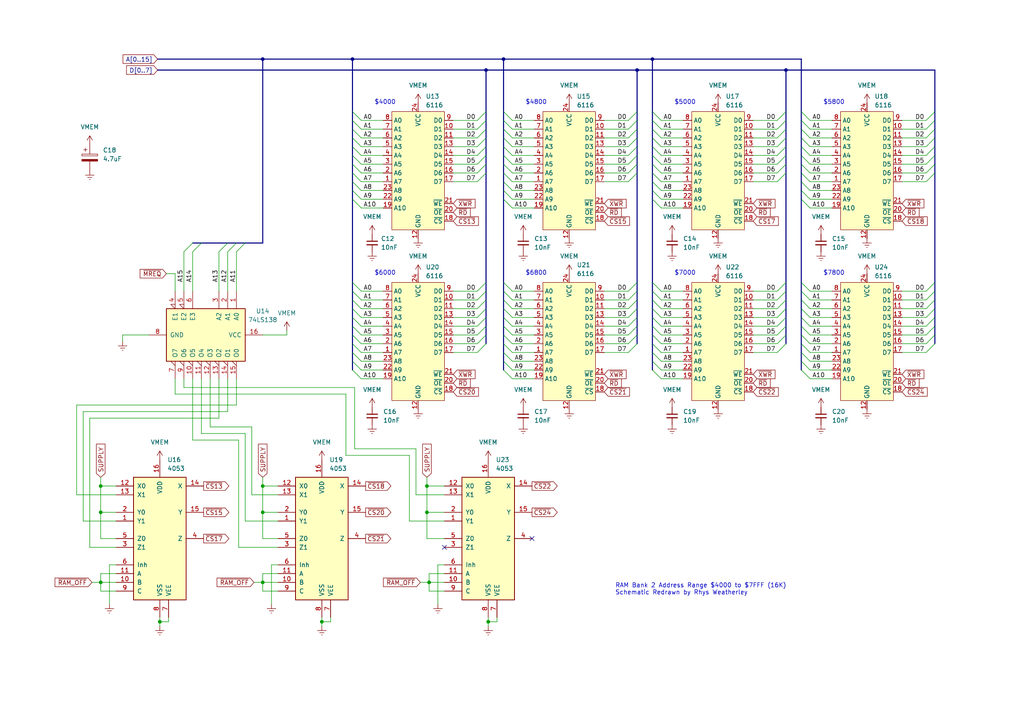
<source format=kicad_sch>
(kicad_sch (version 20230121) (generator eeschema)
  (paper "A4")
  (title_block (title "Microbee Core Board") (date "1982") (rev "1") (comment 1 "(C) 1982 OJH MICROWORLD"))
  (junction (at 76.2 168.91))
  (junction (at 141.605 180.34))
  (junction (at 227.965 20.32))
  (junction (at 93.345 180.34))
  (junction (at 140.97 20.32))
  (junction (at 46.355 180.34))
  (junction (at 29.21 140.97))
  (junction (at 123.825 148.59))
  (junction (at 76.2 17.145))
  (junction (at 29.21 168.91))
  (junction (at 184.785 20.32))
  (junction (at 76.2 148.59))
  (junction (at 124.46 168.91))
  (junction (at 76.2 140.97))
  (junction (at 189.23 17.145))
  (junction (at 146.05 17.145))
  (junction (at 123.825 140.97))
  (junction (at 29.21 148.59))
  (junction (at 102.235 17.145))
  (no_connect (at 154.305 156.21))
  (no_connect (at 128.905 158.75))
  (bus_entry (at 63.5 73.025) (size 2.54 -2.54))
  (bus_entry (at 268.605 94.615) (size 2.54 -2.54))
  (bus_entry (at 182.245 42.545) (size 2.54 -2.54))
  (bus_entry (at 232.41 84.455) (size 2.54 2.54))
  (bus_entry (at 225.425 45.085) (size 2.54 -2.54))
  (bus_entry (at 189.23 42.545) (size 2.54 2.54))
  (bus_entry (at 189.23 86.995) (size 2.54 2.54))
  (bus_entry (at 232.41 50.165) (size 2.54 2.54))
  (bus_entry (at 268.605 86.995) (size 2.54 -2.54))
  (bus_entry (at 232.41 57.785) (size 2.54 2.54))
  (bus_entry (at 189.23 52.705) (size 2.54 2.54))
  (bus_entry (at 225.425 84.455) (size 2.54 -2.54))
  (bus_entry (at 146.05 57.785) (size 2.54 2.54))
  (bus_entry (at 225.425 50.165) (size 2.54 -2.54))
  (bus_entry (at 146.05 42.545) (size 2.54 2.54))
  (bus_entry (at 146.05 89.535) (size 2.54 2.54))
  (bus_entry (at 102.235 57.785) (size 2.54 2.54))
  (bus_entry (at 189.23 102.235) (size 2.54 2.54))
  (bus_entry (at 232.41 92.075) (size 2.54 2.54))
  (bus_entry (at 138.43 50.165) (size 2.54 -2.54))
  (bus_entry (at 232.41 104.775) (size 2.54 2.54))
  (bus_entry (at 146.05 84.455) (size 2.54 2.54))
  (bus_entry (at 102.235 92.075) (size 2.54 2.54))
  (bus_entry (at 189.23 89.535) (size 2.54 2.54))
  (bus_entry (at 182.245 50.165) (size 2.54 -2.54))
  (bus_entry (at 182.245 97.155) (size 2.54 -2.54))
  (bus_entry (at 268.605 102.235) (size 2.54 -2.54))
  (bus_entry (at 189.23 37.465) (size 2.54 2.54))
  (bus_entry (at 138.43 89.535) (size 2.54 -2.54))
  (bus_entry (at 146.05 45.085) (size 2.54 2.54))
  (bus_entry (at 102.235 107.315) (size 2.54 2.54))
  (bus_entry (at 68.58 73.025) (size 2.54 -2.54))
  (bus_entry (at 268.605 97.155) (size 2.54 -2.54))
  (bus_entry (at 225.425 94.615) (size 2.54 -2.54))
  (bus_entry (at 182.245 37.465) (size 2.54 -2.54))
  (bus_entry (at 232.41 89.535) (size 2.54 2.54))
  (bus_entry (at 55.88 73.025) (size 2.54 -2.54))
  (bus_entry (at 225.425 40.005) (size 2.54 -2.54))
  (bus_entry (at 225.425 37.465) (size 2.54 -2.54))
  (bus_entry (at 268.605 89.535) (size 2.54 -2.54))
  (bus_entry (at 189.23 47.625) (size 2.54 2.54))
  (bus_entry (at 232.41 40.005) (size 2.54 2.54))
  (bus_entry (at 268.605 42.545) (size 2.54 -2.54))
  (bus_entry (at 189.23 92.075) (size 2.54 2.54))
  (bus_entry (at 182.245 94.615) (size 2.54 -2.54))
  (bus_entry (at 189.23 34.925) (size 2.54 2.54))
  (bus_entry (at 102.235 102.235) (size 2.54 2.54))
  (bus_entry (at 146.05 86.995) (size 2.54 2.54))
  (bus_entry (at 102.235 81.915) (size 2.54 2.54))
  (bus_entry (at 146.05 34.925) (size 2.54 2.54))
  (bus_entry (at 182.245 86.995) (size 2.54 -2.54))
  (bus_entry (at 268.605 50.165) (size 2.54 -2.54))
  (bus_entry (at 102.235 55.245) (size 2.54 2.54))
  (bus_entry (at 225.425 99.695) (size 2.54 -2.54))
  (bus_entry (at 189.23 84.455) (size 2.54 2.54))
  (bus_entry (at 102.235 104.775) (size 2.54 2.54))
  (bus_entry (at 146.05 40.005) (size 2.54 2.54))
  (bus_entry (at 232.41 32.385) (size 2.54 2.54))
  (bus_entry (at 146.05 99.695) (size 2.54 2.54))
  (bus_entry (at 182.245 34.925) (size 2.54 -2.54))
  (bus_entry (at 146.05 50.165) (size 2.54 2.54))
  (bus_entry (at 225.425 92.075) (size 2.54 -2.54))
  (bus_entry (at 189.23 40.005) (size 2.54 2.54))
  (bus_entry (at 232.41 37.465) (size 2.54 2.54))
  (bus_entry (at 225.425 97.155) (size 2.54 -2.54))
  (bus_entry (at 225.425 89.535) (size 2.54 -2.54))
  (bus_entry (at 268.605 99.695) (size 2.54 -2.54))
  (bus_entry (at 182.245 52.705) (size 2.54 -2.54))
  (bus_entry (at 102.235 52.705) (size 2.54 2.54))
  (bus_entry (at 102.235 94.615) (size 2.54 2.54))
  (bus_entry (at 138.43 86.995) (size 2.54 -2.54))
  (bus_entry (at 138.43 52.705) (size 2.54 -2.54))
  (bus_entry (at 232.41 42.545) (size 2.54 2.54))
  (bus_entry (at 225.425 47.625) (size 2.54 -2.54))
  (bus_entry (at 138.43 47.625) (size 2.54 -2.54))
  (bus_entry (at 146.05 92.075) (size 2.54 2.54))
  (bus_entry (at 138.43 37.465) (size 2.54 -2.54))
  (bus_entry (at 189.23 104.775) (size 2.54 2.54))
  (bus_entry (at 232.41 99.695) (size 2.54 2.54))
  (bus_entry (at 102.235 42.545) (size 2.54 2.54))
  (bus_entry (at 102.235 84.455) (size 2.54 2.54))
  (bus_entry (at 146.05 107.315) (size 2.54 2.54))
  (bus_entry (at 138.43 45.085) (size 2.54 -2.54))
  (bus_entry (at 182.245 47.625) (size 2.54 -2.54))
  (bus_entry (at 146.05 32.385) (size 2.54 2.54))
  (bus_entry (at 138.43 84.455) (size 2.54 -2.54))
  (bus_entry (at 182.245 40.005) (size 2.54 -2.54))
  (bus_entry (at 138.43 102.235) (size 2.54 -2.54))
  (bus_entry (at 268.605 52.705) (size 2.54 -2.54))
  (bus_entry (at 102.235 32.385) (size 2.54 2.54))
  (bus_entry (at 232.41 107.315) (size 2.54 2.54))
  (bus_entry (at 189.23 81.915) (size 2.54 2.54))
  (bus_entry (at 102.235 86.995) (size 2.54 2.54))
  (bus_entry (at 225.425 86.995) (size 2.54 -2.54))
  (bus_entry (at 102.235 45.085) (size 2.54 2.54))
  (bus_entry (at 138.43 99.695) (size 2.54 -2.54))
  (bus_entry (at 182.245 89.535) (size 2.54 -2.54))
  (bus_entry (at 189.23 97.155) (size 2.54 2.54))
  (bus_entry (at 268.605 92.075) (size 2.54 -2.54))
  (bus_entry (at 189.23 107.315) (size 2.54 2.54))
  (bus_entry (at 182.245 45.085) (size 2.54 -2.54))
  (bus_entry (at 232.41 86.995) (size 2.54 2.54))
  (bus_entry (at 146.05 81.915) (size 2.54 2.54))
  (bus_entry (at 232.41 102.235) (size 2.54 2.54))
  (bus_entry (at 232.41 94.615) (size 2.54 2.54))
  (bus_entry (at 182.245 92.075) (size 2.54 -2.54))
  (bus_entry (at 66.04 73.025) (size 2.54 -2.54))
  (bus_entry (at 146.05 97.155) (size 2.54 2.54))
  (bus_entry (at 138.43 40.005) (size 2.54 -2.54))
  (bus_entry (at 102.235 99.695) (size 2.54 2.54))
  (bus_entry (at 138.43 42.545) (size 2.54 -2.54))
  (bus_entry (at 232.41 34.925) (size 2.54 2.54))
  (bus_entry (at 182.245 84.455) (size 2.54 -2.54))
  (bus_entry (at 268.605 47.625) (size 2.54 -2.54))
  (bus_entry (at 138.43 34.925) (size 2.54 -2.54))
  (bus_entry (at 232.41 97.155) (size 2.54 2.54))
  (bus_entry (at 225.425 42.545) (size 2.54 -2.54))
  (bus_entry (at 225.425 102.235) (size 2.54 -2.54))
  (bus_entry (at 146.05 55.245) (size 2.54 2.54))
  (bus_entry (at 268.605 45.085) (size 2.54 -2.54))
  (bus_entry (at 53.34 73.025) (size 2.54 -2.54))
  (bus_entry (at 189.23 45.085) (size 2.54 2.54))
  (bus_entry (at 146.05 102.235) (size 2.54 2.54))
  (bus_entry (at 182.245 99.695) (size 2.54 -2.54))
  (bus_entry (at 268.605 84.455) (size 2.54 -2.54))
  (bus_entry (at 232.41 81.915) (size 2.54 2.54))
  (bus_entry (at 268.605 40.005) (size 2.54 -2.54))
  (bus_entry (at 225.425 34.925) (size 2.54 -2.54))
  (bus_entry (at 189.23 32.385) (size 2.54 2.54))
  (bus_entry (at 189.23 94.615) (size 2.54 2.54))
  (bus_entry (at 146.05 47.625) (size 2.54 2.54))
  (bus_entry (at 146.05 104.775) (size 2.54 2.54))
  (bus_entry (at 138.43 97.155) (size 2.54 -2.54))
  (bus_entry (at 268.605 34.925) (size 2.54 -2.54))
  (bus_entry (at 138.43 92.075) (size 2.54 -2.54))
  (bus_entry (at 189.23 57.785) (size 2.54 2.54))
  (bus_entry (at 189.23 99.695) (size 2.54 2.54))
  (bus_entry (at 232.41 55.245) (size 2.54 2.54))
  (bus_entry (at 102.235 47.625) (size 2.54 2.54))
  (bus_entry (at 189.23 55.245) (size 2.54 2.54))
  (bus_entry (at 102.235 37.465) (size 2.54 2.54))
  (bus_entry (at 182.245 102.235) (size 2.54 -2.54))
  (bus_entry (at 146.05 37.465) (size 2.54 2.54))
  (bus_entry (at 232.41 45.085) (size 2.54 2.54))
  (bus_entry (at 232.41 52.705) (size 2.54 2.54))
  (bus_entry (at 102.235 97.155) (size 2.54 2.54))
  (bus_entry (at 102.235 34.925) (size 2.54 2.54))
  (bus_entry (at 102.235 40.005) (size 2.54 2.54))
  (bus_entry (at 146.05 94.615) (size 2.54 2.54))
  (bus_entry (at 102.235 89.535) (size 2.54 2.54))
  (bus_entry (at 189.23 50.165) (size 2.54 2.54))
  (bus_entry (at 232.41 47.625) (size 2.54 2.54))
  (bus_entry (at 225.425 52.705) (size 2.54 -2.54))
  (bus_entry (at 102.235 50.165) (size 2.54 2.54))
  (bus_entry (at 138.43 94.615) (size 2.54 -2.54))
  (bus_entry (at 268.605 37.465) (size 2.54 -2.54))
  (bus_entry (at 146.05 52.705) (size 2.54 2.54))
  (wire (pts (xy 22.225 143.51) (xy 33.655 143.51)))
  (bus (pts (xy 184.785 32.385) (xy 184.785 34.925)))
  (wire (pts (xy 218.44 102.235) (xy 225.425 102.235)))
  (wire (pts (xy 29.21 148.59) (xy 33.655 148.59)))
  (wire (pts (xy 131.445 50.165) (xy 138.43 50.165)))
  (wire (pts (xy 148.59 47.625) (xy 154.94 47.625)))
  (wire (pts (xy 234.95 86.995) (xy 241.3 86.995)))
  (wire (pts (xy 69.215 127.635) (xy 69.215 158.75)))
  (wire (pts (xy 261.62 45.085) (xy 268.605 45.085)))
  (wire (pts (xy 234.95 42.545) (xy 241.3 42.545)))
  (wire (pts (xy 48.895 180.34) (xy 46.355 180.34)))
  (bus (pts (xy 232.41 84.455) (xy 232.41 86.995)))
  (bus (pts (xy 146.05 37.465) (xy 146.05 40.005)))
  (bus (pts (xy 232.41 99.695) (xy 232.41 102.235)))
  (wire (pts (xy 83.185 97.155) (xy 83.185 95.885)))
  (wire (pts (xy 43.18 97.155) (xy 35.56 97.155)))
  (bus (pts (xy 184.785 84.455) (xy 184.785 86.995)))
  (wire (pts (xy 121.92 168.91) (xy 124.46 168.91)))
  (bus (pts (xy 189.23 89.535) (xy 189.23 92.075)))
  (bus (pts (xy 227.965 45.085) (xy 227.965 47.625)))
  (bus (pts (xy 271.145 20.32) (xy 271.145 32.385)))
  (wire (pts (xy 55.88 127.635) (xy 69.215 127.635)))
  (wire (pts (xy 175.26 102.235) (xy 182.245 102.235)))
  (wire (pts (xy 29.21 156.21) (xy 33.655 156.21)))
  (bus (pts (xy 271.145 94.615) (xy 271.145 97.155)))
  (bus (pts (xy 189.23 81.915) (xy 189.23 84.455)))
  (bus (pts (xy 102.235 42.545) (xy 102.235 45.085)))
  (wire (pts (xy 131.445 92.075) (xy 138.43 92.075)))
  (bus (pts (xy 232.41 97.155) (xy 232.41 99.695)))
  (wire (pts (xy 123.825 156.21) (xy 123.825 148.59)))
  (wire (pts (xy 261.62 92.075) (xy 268.605 92.075)))
  (bus (pts (xy 68.58 70.485) (xy 66.04 70.485)))
  (bus (pts (xy 232.41 52.705) (xy 232.41 55.245)))
  (wire (pts (xy 26.035 158.75) (xy 33.655 158.75)))
  (bus (pts (xy 227.965 20.32) (xy 271.145 20.32)))
  (wire (pts (xy 50.8 109.855) (xy 50.8 114.3)))
  (wire (pts (xy 234.95 60.325) (xy 241.3 60.325)))
  (wire (pts (xy 234.95 52.705) (xy 241.3 52.705)))
  (wire (pts (xy 218.44 50.165) (xy 225.425 50.165)))
  (wire (pts (xy 191.77 86.995) (xy 198.12 86.995)))
  (wire (pts (xy 234.95 99.695) (xy 241.3 99.695)))
  (wire (pts (xy 46.355 179.07) (xy 46.355 180.34)))
  (wire (pts (xy 148.59 86.995) (xy 154.94 86.995)))
  (bus (pts (xy 184.785 20.32) (xy 227.965 20.32)))
  (wire (pts (xy 104.775 47.625) (xy 111.125 47.625)))
  (bus (pts (xy 184.785 42.545) (xy 184.785 45.085)))
  (wire (pts (xy 58.42 109.855) (xy 58.42 125.73)))
  (bus (pts (xy 45.72 17.145) (xy 76.2 17.145)))
  (wire (pts (xy 104.775 60.325) (xy 111.125 60.325)))
  (bus (pts (xy 102.235 37.465) (xy 102.235 40.005)))
  (wire (pts (xy 68.58 73.025) (xy 68.58 84.455)))
  (wire (pts (xy 175.26 40.005) (xy 182.245 40.005)))
  (bus (pts (xy 189.23 40.005) (xy 189.23 42.545)))
  (wire (pts (xy 60.96 123.825) (xy 73.025 123.825)))
  (wire (pts (xy 104.775 99.695) (xy 111.125 99.695)))
  (bus (pts (xy 184.785 94.615) (xy 184.785 97.155)))
  (bus (pts (xy 184.785 92.075) (xy 184.785 94.615)))
  (wire (pts (xy 104.775 34.925) (xy 111.125 34.925)))
  (wire (pts (xy 141.605 180.34) (xy 141.605 181.61)))
  (bus (pts (xy 232.41 102.235) (xy 232.41 104.775)))
  (bus (pts (xy 146.05 40.005) (xy 146.05 42.545)))
  (bus (pts (xy 227.965 89.535) (xy 227.965 92.075)))
  (wire (pts (xy 124.46 168.91) (xy 128.905 168.91)))
  (wire (pts (xy 69.215 158.75) (xy 80.645 158.75)))
  (wire (pts (xy 93.345 180.34) (xy 93.345 181.61)))
  (bus (pts (xy 227.965 81.915) (xy 227.965 84.455)))
  (bus (pts (xy 232.41 42.545) (xy 232.41 45.085)))
  (bus (pts (xy 146.05 89.535) (xy 146.05 92.075)))
  (bus (pts (xy 189.23 57.785) (xy 189.23 81.915)))
  (bus (pts (xy 102.235 34.925) (xy 102.235 37.465)))
  (bus (pts (xy 189.23 32.385) (xy 189.23 34.925)))
  (bus (pts (xy 140.97 50.165) (xy 140.97 81.915)))
  (wire (pts (xy 261.62 47.625) (xy 268.605 47.625)))
  (bus (pts (xy 146.05 84.455) (xy 146.05 86.995)))
  (bus (pts (xy 146.05 55.245) (xy 146.05 57.785)))
  (wire (pts (xy 148.59 102.235) (xy 154.94 102.235)))
  (bus (pts (xy 232.41 81.915) (xy 232.41 84.455)))
  (wire (pts (xy 66.04 73.025) (xy 66.04 84.455)))
  (wire (pts (xy 26.67 168.91) (xy 29.21 168.91)))
  (wire (pts (xy 120.65 130.175) (xy 120.65 143.51)))
  (wire (pts (xy 191.77 34.925) (xy 198.12 34.925)))
  (wire (pts (xy 29.21 168.91) (xy 33.655 168.91)))
  (wire (pts (xy 148.59 97.155) (xy 154.94 97.155)))
  (wire (pts (xy 60.96 109.855) (xy 60.96 123.825)))
  (wire (pts (xy 58.42 125.73) (xy 71.12 125.73)))
  (wire (pts (xy 104.775 52.705) (xy 111.125 52.705)))
  (bus (pts (xy 189.23 42.545) (xy 189.23 45.085)))
  (wire (pts (xy 68.58 117.475) (xy 22.225 117.475)))
  (bus (pts (xy 227.965 50.165) (xy 227.965 81.915)))
  (wire (pts (xy 104.775 94.615) (xy 111.125 94.615)))
  (wire (pts (xy 104.775 40.005) (xy 111.125 40.005)))
  (wire (pts (xy 26.035 121.285) (xy 26.035 158.75)))
  (wire (pts (xy 218.44 42.545) (xy 225.425 42.545)))
  (bus (pts (xy 146.05 50.165) (xy 146.05 52.705)))
  (bus (pts (xy 189.23 17.145) (xy 232.41 17.145)))
  (bus (pts (xy 146.05 52.705) (xy 146.05 55.245)))
  (bus (pts (xy 271.145 32.385) (xy 271.145 34.925)))
  (wire (pts (xy 124.46 168.91) (xy 124.46 171.45)))
  (bus (pts (xy 232.41 47.625) (xy 232.41 50.165)))
  (bus (pts (xy 189.23 104.775) (xy 189.23 107.315)))
  (wire (pts (xy 148.59 84.455) (xy 154.94 84.455)))
  (wire (pts (xy 78.74 163.83) (xy 80.645 163.83)))
  (wire (pts (xy 218.44 94.615) (xy 225.425 94.615)))
  (bus (pts (xy 102.235 81.915) (xy 102.235 84.455)))
  (wire (pts (xy 73.66 168.91) (xy 76.2 168.91)))
  (wire (pts (xy 148.59 42.545) (xy 154.94 42.545)))
  (wire (pts (xy 175.26 37.465) (xy 182.245 37.465)))
  (wire (pts (xy 24.13 151.13) (xy 33.655 151.13)))
  (wire (pts (xy 22.225 117.475) (xy 22.225 143.51)))
  (bus (pts (xy 232.41 104.775) (xy 232.41 107.315)))
  (bus (pts (xy 189.23 99.695) (xy 189.23 102.235)))
  (bus (pts (xy 140.97 20.32) (xy 140.97 32.385)))
  (bus (pts (xy 146.05 47.625) (xy 146.05 50.165)))
  (wire (pts (xy 261.62 42.545) (xy 268.605 42.545)))
  (wire (pts (xy 191.77 55.245) (xy 198.12 55.245)))
  (bus (pts (xy 189.23 45.085) (xy 189.23 47.625)))
  (wire (pts (xy 50.8 114.3) (xy 100.33 114.3)))
  (wire (pts (xy 76.2 138.43) (xy 76.2 140.97)))
  (bus (pts (xy 189.23 52.705) (xy 189.23 55.245)))
  (wire (pts (xy 148.59 107.315) (xy 154.94 107.315)))
  (bus (pts (xy 271.145 84.455) (xy 271.145 86.995)))
  (bus (pts (xy 146.05 32.385) (xy 146.05 34.925)))
  (wire (pts (xy 66.04 119.38) (xy 24.13 119.38)))
  (bus (pts (xy 189.23 102.235) (xy 189.23 104.775)))
  (wire (pts (xy 261.62 40.005) (xy 268.605 40.005)))
  (wire (pts (xy 33.655 140.97) (xy 29.21 140.97)))
  (wire (pts (xy 76.2 148.59) (xy 76.2 156.21)))
  (bus (pts (xy 102.235 86.995) (xy 102.235 89.535)))
  (wire (pts (xy 148.59 50.165) (xy 154.94 50.165)))
  (bus (pts (xy 184.785 47.625) (xy 184.785 50.165)))
  (bus (pts (xy 184.785 89.535) (xy 184.785 92.075)))
  (bus (pts (xy 146.05 86.995) (xy 146.05 89.535)))
  (wire (pts (xy 191.77 37.465) (xy 198.12 37.465)))
  (wire (pts (xy 175.26 89.535) (xy 182.245 89.535)))
  (wire (pts (xy 234.95 55.245) (xy 241.3 55.245)))
  (bus (pts (xy 232.41 17.145) (xy 232.41 32.385)))
  (bus (pts (xy 271.145 34.925) (xy 271.145 37.465)))
  (wire (pts (xy 148.59 57.785) (xy 154.94 57.785)))
  (bus (pts (xy 146.05 94.615) (xy 146.05 97.155)))
  (wire (pts (xy 131.445 45.085) (xy 138.43 45.085)))
  (wire (pts (xy 73.025 123.825) (xy 73.025 143.51)))
  (bus (pts (xy 102.235 99.695) (xy 102.235 102.235)))
  (wire (pts (xy 191.77 94.615) (xy 198.12 94.615)))
  (wire (pts (xy 218.44 97.155) (xy 225.425 97.155)))
  (wire (pts (xy 234.95 40.005) (xy 241.3 40.005)))
  (bus (pts (xy 102.235 40.005) (xy 102.235 42.545)))
  (wire (pts (xy 76.2 166.37) (xy 76.2 168.91)))
  (bus (pts (xy 232.41 86.995) (xy 232.41 89.535)))
  (bus (pts (xy 232.41 92.075) (xy 232.41 94.615)))
  (wire (pts (xy 261.62 102.235) (xy 268.605 102.235)))
  (bus (pts (xy 189.23 94.615) (xy 189.23 97.155)))
  (bus (pts (xy 189.23 37.465) (xy 189.23 40.005)))
  (wire (pts (xy 131.445 86.995) (xy 138.43 86.995)))
  (wire (pts (xy 53.34 73.025) (xy 53.34 84.455)))
  (wire (pts (xy 234.95 84.455) (xy 241.3 84.455)))
  (bus (pts (xy 232.41 57.785) (xy 232.41 81.915)))
  (wire (pts (xy 127 175.26) (xy 127 163.83)))
  (wire (pts (xy 144.145 180.34) (xy 141.605 180.34)))
  (wire (pts (xy 191.77 92.075) (xy 198.12 92.075)))
  (wire (pts (xy 104.775 37.465) (xy 111.125 37.465)))
  (wire (pts (xy 128.905 166.37) (xy 124.46 166.37)))
  (bus (pts (xy 58.42 70.485) (xy 55.88 70.485)))
  (wire (pts (xy 148.59 40.005) (xy 154.94 40.005)))
  (bus (pts (xy 184.785 50.165) (xy 184.785 81.915)))
  (wire (pts (xy 234.95 102.235) (xy 241.3 102.235)))
  (bus (pts (xy 140.97 37.465) (xy 140.97 40.005)))
  (bus (pts (xy 189.23 97.155) (xy 189.23 99.695)))
  (bus (pts (xy 184.785 81.915) (xy 184.785 84.455)))
  (bus (pts (xy 146.05 45.085) (xy 146.05 47.625)))
  (wire (pts (xy 148.59 109.855) (xy 154.94 109.855)))
  (wire (pts (xy 76.2 140.97) (xy 76.2 148.59)))
  (bus (pts (xy 102.235 17.145) (xy 102.235 32.385)))
  (wire (pts (xy 234.95 47.625) (xy 241.3 47.625)))
  (bus (pts (xy 102.235 52.705) (xy 102.235 55.245)))
  (wire (pts (xy 95.885 179.07) (xy 95.885 180.34)))
  (bus (pts (xy 140.97 45.085) (xy 140.97 47.625)))
  (bus (pts (xy 271.145 50.165) (xy 271.145 81.915)))
  (wire (pts (xy 175.26 92.075) (xy 182.245 92.075)))
  (bus (pts (xy 184.785 45.085) (xy 184.785 47.625)))
  (bus (pts (xy 189.23 86.995) (xy 189.23 89.535)))
  (wire (pts (xy 261.62 89.535) (xy 268.605 89.535)))
  (wire (pts (xy 76.2 168.91) (xy 80.645 168.91)))
  (bus (pts (xy 227.965 37.465) (xy 227.965 40.005)))
  (wire (pts (xy 191.77 42.545) (xy 198.12 42.545)))
  (bus (pts (xy 146.05 34.925) (xy 146.05 37.465)))
  (bus (pts (xy 102.235 94.615) (xy 102.235 97.155)))
  (wire (pts (xy 191.77 109.855) (xy 198.12 109.855)))
  (wire (pts (xy 93.345 179.07) (xy 93.345 180.34)))
  (wire (pts (xy 175.26 42.545) (xy 182.245 42.545)))
  (wire (pts (xy 261.62 94.615) (xy 268.605 94.615)))
  (wire (pts (xy 131.445 97.155) (xy 138.43 97.155)))
  (bus (pts (xy 102.235 45.085) (xy 102.235 47.625)))
  (wire (pts (xy 131.445 34.925) (xy 138.43 34.925)))
  (wire (pts (xy 50.8 84.455) (xy 50.8 79.375)))
  (bus (pts (xy 146.05 99.695) (xy 146.05 102.235)))
  (wire (pts (xy 104.775 89.535) (xy 111.125 89.535)))
  (wire (pts (xy 234.95 97.155) (xy 241.3 97.155)))
  (wire (pts (xy 191.77 40.005) (xy 198.12 40.005)))
  (wire (pts (xy 127 163.83) (xy 128.905 163.83)))
  (wire (pts (xy 148.59 104.775) (xy 154.94 104.775)))
  (wire (pts (xy 104.775 97.155) (xy 111.125 97.155)))
  (wire (pts (xy 63.5 109.855) (xy 63.5 121.285)))
  (wire (pts (xy 175.26 52.705) (xy 182.245 52.705)))
  (bus (pts (xy 66.04 70.485) (xy 58.42 70.485)))
  (wire (pts (xy 234.95 107.315) (xy 241.3 107.315)))
  (wire (pts (xy 78.74 175.26) (xy 78.74 163.83)))
  (wire (pts (xy 218.44 40.005) (xy 225.425 40.005)))
  (wire (pts (xy 191.77 52.705) (xy 198.12 52.705)))
  (wire (pts (xy 63.5 121.285) (xy 26.035 121.285)))
  (bus (pts (xy 140.97 40.005) (xy 140.97 42.545)))
  (wire (pts (xy 234.95 92.075) (xy 241.3 92.075)))
  (bus (pts (xy 102.235 84.455) (xy 102.235 86.995)))
  (bus (pts (xy 146.05 81.915) (xy 146.05 84.455)))
  (wire (pts (xy 31.75 175.26) (xy 31.75 163.83)))
  (bus (pts (xy 232.41 34.925) (xy 232.41 37.465)))
  (wire (pts (xy 29.21 168.91) (xy 29.21 171.45)))
  (wire (pts (xy 128.905 156.21) (xy 123.825 156.21)))
  (bus (pts (xy 102.235 17.145) (xy 146.05 17.145)))
  (wire (pts (xy 63.5 73.025) (xy 63.5 84.455)))
  (wire (pts (xy 148.59 37.465) (xy 154.94 37.465)))
  (wire (pts (xy 148.59 92.075) (xy 154.94 92.075)))
  (wire (pts (xy 131.445 37.465) (xy 138.43 37.465)))
  (bus (pts (xy 102.235 89.535) (xy 102.235 92.075)))
  (bus (pts (xy 146.05 102.235) (xy 146.05 104.775)))
  (wire (pts (xy 148.59 52.705) (xy 154.94 52.705)))
  (wire (pts (xy 80.645 143.51) (xy 73.025 143.51)))
  (wire (pts (xy 218.44 92.075) (xy 225.425 92.075)))
  (wire (pts (xy 175.26 99.695) (xy 182.245 99.695)))
  (wire (pts (xy 50.8 79.375) (xy 48.26 79.375)))
  (wire (pts (xy 148.59 99.695) (xy 154.94 99.695)))
  (wire (pts (xy 31.75 163.83) (xy 33.655 163.83)))
  (bus (pts (xy 271.145 42.545) (xy 271.145 45.085)))
  (wire (pts (xy 102.87 112.395) (xy 102.87 130.175)))
  (bus (pts (xy 102.235 102.235) (xy 102.235 104.775)))
  (wire (pts (xy 131.445 52.705) (xy 138.43 52.705)))
  (wire (pts (xy 191.77 99.695) (xy 198.12 99.695)))
  (wire (pts (xy 128.905 140.97) (xy 123.825 140.97)))
  (wire (pts (xy 66.04 109.855) (xy 66.04 119.38)))
  (wire (pts (xy 261.62 34.925) (xy 268.605 34.925)))
  (bus (pts (xy 227.965 94.615) (xy 227.965 97.155)))
  (bus (pts (xy 227.965 92.075) (xy 227.965 94.615)))
  (wire (pts (xy 131.445 89.535) (xy 138.43 89.535)))
  (bus (pts (xy 271.145 45.085) (xy 271.145 47.625)))
  (wire (pts (xy 191.77 57.785) (xy 198.12 57.785)))
  (wire (pts (xy 131.445 102.235) (xy 138.43 102.235)))
  (wire (pts (xy 123.825 148.59) (xy 128.905 148.59)))
  (wire (pts (xy 100.33 132.08) (xy 118.745 132.08)))
  (bus (pts (xy 102.235 55.245) (xy 102.235 57.785)))
  (wire (pts (xy 234.95 45.085) (xy 241.3 45.085)))
  (wire (pts (xy 218.44 37.465) (xy 225.425 37.465)))
  (wire (pts (xy 71.12 125.73) (xy 71.12 151.13)))
  (wire (pts (xy 76.2 171.45) (xy 80.645 171.45)))
  (wire (pts (xy 123.825 138.43) (xy 123.825 140.97)))
  (bus (pts (xy 146.05 92.075) (xy 146.05 94.615)))
  (wire (pts (xy 120.65 143.51) (xy 128.905 143.51)))
  (bus (pts (xy 102.235 50.165) (xy 102.235 52.705)))
  (bus (pts (xy 227.965 97.155) (xy 227.965 99.695)))
  (bus (pts (xy 102.235 92.075) (xy 102.235 94.615)))
  (wire (pts (xy 191.77 50.165) (xy 198.12 50.165)))
  (wire (pts (xy 131.445 40.005) (xy 138.43 40.005)))
  (wire (pts (xy 261.62 37.465) (xy 268.605 37.465)))
  (bus (pts (xy 227.965 40.005) (xy 227.965 42.545)))
  (wire (pts (xy 95.885 180.34) (xy 93.345 180.34)))
  (wire (pts (xy 144.145 179.07) (xy 144.145 180.34)))
  (wire (pts (xy 191.77 89.535) (xy 198.12 89.535)))
  (wire (pts (xy 261.62 86.995) (xy 268.605 86.995)))
  (wire (pts (xy 218.44 47.625) (xy 225.425 47.625)))
  (wire (pts (xy 104.775 84.455) (xy 111.125 84.455)))
  (wire (pts (xy 234.95 89.535) (xy 241.3 89.535)))
  (bus (pts (xy 102.235 57.785) (xy 102.235 81.915)))
  (bus (pts (xy 146.05 42.545) (xy 146.05 45.085)))
  (bus (pts (xy 271.145 92.075) (xy 271.145 94.615)))
  (bus (pts (xy 140.97 92.075) (xy 140.97 94.615)))
  (wire (pts (xy 175.26 94.615) (xy 182.245 94.615)))
  (wire (pts (xy 175.26 97.155) (xy 182.245 97.155)))
  (bus (pts (xy 102.235 32.385) (xy 102.235 34.925)))
  (bus (pts (xy 71.12 70.485) (xy 68.58 70.485)))
  (bus (pts (xy 184.785 97.155) (xy 184.785 99.695)))
  (bus (pts (xy 45.72 20.32) (xy 140.97 20.32)))
  (wire (pts (xy 234.95 104.775) (xy 241.3 104.775)))
  (wire (pts (xy 29.21 171.45) (xy 33.655 171.45)))
  (wire (pts (xy 131.445 99.695) (xy 138.43 99.695)))
  (bus (pts (xy 140.97 86.995) (xy 140.97 89.535)))
  (wire (pts (xy 104.775 104.775) (xy 111.125 104.775)))
  (wire (pts (xy 55.88 109.855) (xy 55.88 127.635)))
  (bus (pts (xy 140.97 47.625) (xy 140.97 50.165)))
  (wire (pts (xy 104.775 107.315) (xy 111.125 107.315)))
  (wire (pts (xy 124.46 166.37) (xy 124.46 168.91)))
  (bus (pts (xy 232.41 40.005) (xy 232.41 42.545)))
  (bus (pts (xy 140.97 20.32) (xy 184.785 20.32)))
  (bus (pts (xy 76.2 17.145) (xy 76.2 70.485)))
  (wire (pts (xy 104.775 109.855) (xy 111.125 109.855)))
  (bus (pts (xy 184.785 37.465) (xy 184.785 40.005)))
  (bus (pts (xy 184.785 40.005) (xy 184.785 42.545)))
  (wire (pts (xy 191.77 84.455) (xy 198.12 84.455)))
  (bus (pts (xy 140.97 97.155) (xy 140.97 99.695)))
  (wire (pts (xy 234.95 57.785) (xy 241.3 57.785)))
  (wire (pts (xy 191.77 47.625) (xy 198.12 47.625)))
  (wire (pts (xy 261.62 50.165) (xy 268.605 50.165)))
  (wire (pts (xy 218.44 34.925) (xy 225.425 34.925)))
  (wire (pts (xy 29.21 166.37) (xy 29.21 168.91)))
  (wire (pts (xy 175.26 86.995) (xy 182.245 86.995)))
  (wire (pts (xy 234.95 50.165) (xy 241.3 50.165)))
  (wire (pts (xy 148.59 94.615) (xy 154.94 94.615)))
  (bus (pts (xy 232.41 55.245) (xy 232.41 57.785)))
  (bus (pts (xy 76.2 70.485) (xy 71.12 70.485)))
  (wire (pts (xy 53.34 109.855) (xy 53.34 112.395)))
  (wire (pts (xy 80.645 166.37) (xy 76.2 166.37)))
  (wire (pts (xy 261.62 97.155) (xy 268.605 97.155)))
  (wire (pts (xy 46.355 180.34) (xy 46.355 181.61)))
  (wire (pts (xy 118.745 132.08) (xy 118.745 151.13)))
  (bus (pts (xy 232.41 32.385) (xy 232.41 34.925)))
  (wire (pts (xy 175.26 84.455) (xy 182.245 84.455)))
  (wire (pts (xy 104.775 102.235) (xy 111.125 102.235)))
  (wire (pts (xy 53.34 112.395) (xy 102.87 112.395)))
  (bus (pts (xy 227.965 34.925) (xy 227.965 37.465)))
  (bus (pts (xy 189.23 92.075) (xy 189.23 94.615)))
  (wire (pts (xy 118.745 151.13) (xy 128.905 151.13)))
  (wire (pts (xy 124.46 171.45) (xy 128.905 171.45)))
  (bus (pts (xy 140.97 84.455) (xy 140.97 86.995)))
  (wire (pts (xy 123.825 140.97) (xy 123.825 148.59)))
  (bus (pts (xy 232.41 45.085) (xy 232.41 47.625)))
  (wire (pts (xy 175.26 34.925) (xy 182.245 34.925)))
  (bus (pts (xy 271.145 47.625) (xy 271.145 50.165)))
  (wire (pts (xy 104.775 92.075) (xy 111.125 92.075)))
  (wire (pts (xy 191.77 60.325) (xy 198.12 60.325)))
  (bus (pts (xy 227.965 32.385) (xy 227.965 34.925)))
  (bus (pts (xy 271.145 37.465) (xy 271.145 40.005)))
  (wire (pts (xy 131.445 47.625) (xy 138.43 47.625)))
  (wire (pts (xy 104.775 50.165) (xy 111.125 50.165)))
  (bus (pts (xy 271.145 86.995) (xy 271.145 89.535)))
  (bus (pts (xy 184.785 34.925) (xy 184.785 37.465)))
  (wire (pts (xy 29.21 140.97) (xy 29.21 148.59)))
  (bus (pts (xy 232.41 37.465) (xy 232.41 40.005)))
  (bus (pts (xy 227.965 84.455) (xy 227.965 86.995)))
  (bus (pts (xy 140.97 81.915) (xy 140.97 84.455)))
  (wire (pts (xy 175.26 50.165) (xy 182.245 50.165)))
  (wire (pts (xy 148.59 89.535) (xy 154.94 89.535)))
  (bus (pts (xy 102.235 104.775) (xy 102.235 107.315)))
  (bus (pts (xy 189.23 50.165) (xy 189.23 52.705)))
  (bus (pts (xy 140.97 94.615) (xy 140.97 97.155)))
  (wire (pts (xy 218.44 45.085) (xy 225.425 45.085)))
  (bus (pts (xy 189.23 34.925) (xy 189.23 37.465)))
  (bus (pts (xy 140.97 32.385) (xy 140.97 34.925)))
  (wire (pts (xy 261.62 52.705) (xy 268.605 52.705)))
  (wire (pts (xy 191.77 102.235) (xy 198.12 102.235)))
  (bus (pts (xy 140.97 34.925) (xy 140.97 37.465)))
  (bus (pts (xy 227.965 47.625) (xy 227.965 50.165)))
  (wire (pts (xy 218.44 99.695) (xy 225.425 99.695)))
  (wire (pts (xy 33.655 166.37) (xy 29.21 166.37)))
  (wire (pts (xy 218.44 52.705) (xy 225.425 52.705)))
  (wire (pts (xy 234.95 94.615) (xy 241.3 94.615)))
  (wire (pts (xy 100.33 114.3) (xy 100.33 132.08)))
  (wire (pts (xy 76.2 156.21) (xy 80.645 156.21)))
  (bus (pts (xy 271.145 40.005) (xy 271.145 42.545)))
  (bus (pts (xy 140.97 89.535) (xy 140.97 92.075)))
  (wire (pts (xy 234.95 34.925) (xy 241.3 34.925)))
  (wire (pts (xy 104.775 45.085) (xy 111.125 45.085)))
  (wire (pts (xy 191.77 104.775) (xy 198.12 104.775)))
  (wire (pts (xy 148.59 45.085) (xy 154.94 45.085)))
  (bus (pts (xy 146.05 97.155) (xy 146.05 99.695)))
  (wire (pts (xy 80.645 140.97) (xy 76.2 140.97)))
  (bus (pts (xy 146.05 104.775) (xy 146.05 107.315)))
  (bus (pts (xy 146.05 17.145) (xy 189.23 17.145)))
  (bus (pts (xy 227.965 42.545) (xy 227.965 45.085)))
  (wire (pts (xy 218.44 84.455) (xy 225.425 84.455)))
  (wire (pts (xy 68.58 109.855) (xy 68.58 117.475)))
  (wire (pts (xy 104.775 42.545) (xy 111.125 42.545)))
  (bus (pts (xy 227.965 20.32) (xy 227.965 32.385)))
  (wire (pts (xy 148.59 34.925) (xy 154.94 34.925)))
  (wire (pts (xy 261.62 99.695) (xy 268.605 99.695)))
  (wire (pts (xy 76.2 148.59) (xy 80.645 148.59)))
  (wire (pts (xy 24.13 119.38) (xy 24.13 151.13)))
  (wire (pts (xy 29.21 148.59) (xy 29.21 156.21)))
  (wire (pts (xy 131.445 84.455) (xy 138.43 84.455)))
  (wire (pts (xy 141.605 179.07) (xy 141.605 180.34)))
  (wire (pts (xy 175.26 45.085) (xy 182.245 45.085)))
  (bus (pts (xy 232.41 94.615) (xy 232.41 97.155)))
  (wire (pts (xy 104.775 57.785) (xy 111.125 57.785)))
  (wire (pts (xy 191.77 45.085) (xy 198.12 45.085)))
  (bus (pts (xy 271.145 89.535) (xy 271.145 92.075)))
  (bus (pts (xy 189.23 55.245) (xy 189.23 57.785)))
  (bus (pts (xy 227.965 86.995) (xy 227.965 89.535)))
  (wire (pts (xy 102.87 130.175) (xy 120.65 130.175)))
  (wire (pts (xy 234.95 37.465) (xy 241.3 37.465)))
  (bus (pts (xy 76.2 17.145) (xy 102.235 17.145)))
  (wire (pts (xy 234.95 109.855) (xy 241.3 109.855)))
  (wire (pts (xy 35.56 97.155) (xy 35.56 99.06)))
  (wire (pts (xy 104.775 55.245) (xy 111.125 55.245)))
  (wire (pts (xy 218.44 86.995) (xy 225.425 86.995)))
  (bus (pts (xy 140.97 42.545) (xy 140.97 45.085)))
  (wire (pts (xy 191.77 97.155) (xy 198.12 97.155)))
  (bus (pts (xy 189.23 47.625) (xy 189.23 50.165)))
  (wire (pts (xy 175.26 47.625) (xy 182.245 47.625)))
  (wire (pts (xy 29.21 138.43) (xy 29.21 140.97)))
  (bus (pts (xy 146.05 57.785) (xy 146.05 81.915)))
  (wire (pts (xy 148.59 55.245) (xy 154.94 55.245)))
  (bus (pts (xy 184.785 86.995) (xy 184.785 89.535)))
  (wire (pts (xy 71.12 151.13) (xy 80.645 151.13)))
  (wire (pts (xy 55.88 73.025) (xy 55.88 84.455)))
  (wire (pts (xy 76.2 168.91) (xy 76.2 171.45)))
  (wire (pts (xy 131.445 94.615) (xy 138.43 94.615)))
  (wire (pts (xy 261.62 84.455) (xy 268.605 84.455)))
  (bus (pts (xy 102.235 97.155) (xy 102.235 99.695)))
  (bus (pts (xy 184.785 20.32) (xy 184.785 32.385)))
  (wire (pts (xy 131.445 42.545) (xy 138.43 42.545)))
  (bus (pts (xy 189.23 17.145) (xy 189.23 32.385)))
  (bus (pts (xy 232.41 50.165) (xy 232.41 52.705)))
  (wire (pts (xy 191.77 107.315) (xy 198.12 107.315)))
  (bus (pts (xy 271.145 81.915) (xy 271.145 84.455)))
  (bus (pts (xy 271.145 97.155) (xy 271.145 99.695)))
  (bus (pts (xy 189.23 84.455) (xy 189.23 86.995)))
  (wire (pts (xy 218.44 89.535) (xy 225.425 89.535)))
  (bus (pts (xy 102.235 47.625) (xy 102.235 50.165)))
  (wire (pts (xy 148.59 60.325) (xy 154.94 60.325)))
  (bus (pts (xy 232.41 89.535) (xy 232.41 92.075)))
  (wire (pts (xy 76.2 97.155) (xy 83.185 97.155)))
  (bus (pts (xy 146.05 17.145) (xy 146.05 32.385)))
  (wire (pts (xy 48.895 179.07) (xy 48.895 180.34)))
  (wire (pts (xy 104.775 86.995) (xy 111.125 86.995)))
  (text "$4000" (at 108.585 30.48 0) (effects (font (size 1.27 1.27)) (justify left bottom)))
  (text "$7000" (at 195.58 80.01 0) (effects (font (size 1.27 1.27)) (justify left bottom)))
  (text "$6800" (at 152.4 80.01 0) (effects (font (size 1.27 1.27)) (justify left bottom)))
  (text "$6000" (at 108.585 80.01 0) (effects (font (size 1.27 1.27)) (justify left bottom)))
  (text "$7800" (at 238.76 80.01 0) (effects (font (size 1.27 1.27)) (justify left bottom)))
  (text "RAM Bank 2 Address Range $4000 to $7FFF (16K)\nSchematic Redrawn by Rhys Weatherley" (at 178.435 172.72 0) (effects (font (size 1.27 1.27)) (justify left bottom)))
  (text "$4800" (at 152.4 30.48 0) (effects (font (size 1.27 1.27)) (justify left bottom)))
  (text "$5800" (at 238.76 30.48 0) (effects (font (size 1.27 1.27)) (justify left bottom)))
  (text "$5000" (at 195.58 30.48 0) (effects (font (size 1.27 1.27)) (justify left bottom)))
  (label "A7" (at 192.405 102.235 0))
  (label "A5" (at 192.405 97.155 0))
  (label "D6" (at 179.07 50.165 0))
  (label "A10" (at 105.41 60.325 0))
  (label "A3" (at 149.225 42.545 0))
  (label "A8" (at 105.41 104.775 0))
  (label "D3" (at 222.25 42.545 0))
  (label "D2" (at 265.43 40.005 0))
  (label "D6" (at 265.43 50.165 0))
  (label "A3" (at 192.405 42.545 0))
  (label "A4" (at 149.225 94.615 0))
  (label "D0" (at 222.25 84.455 0))
  (label "D0" (at 265.43 34.925 0))
  (label "A9" (at 192.405 107.315 0))
  (label "A1" (at 105.41 37.465 0))
  (label "A2" (at 105.41 89.535 0))
  (label "A2" (at 192.405 89.535 0))
  (label "D0" (at 265.43 84.455 0))
  (label "A10" (at 192.405 60.325 0))
  (label "A5" (at 105.41 97.155 0))
  (label "D0" (at 135.255 84.455 0))
  (label "A1" (at 235.585 37.465 0))
  (label "D6" (at 222.25 99.695 0))
  (label "D3" (at 265.43 42.545 0))
  (label "A7" (at 149.225 52.705 0))
  (label "A9" (at 149.225 107.315 0))
  (label "A11" (at 68.58 81.915 90))
  (label "D5" (at 179.07 47.625 0))
  (label "A9" (at 235.585 57.785 0))
  (label "D6" (at 222.25 50.165 0))
  (label "D7" (at 179.07 102.235 0))
  (label "A8" (at 192.405 104.775 0))
  (label "D0" (at 222.25 34.925 0))
  (label "D4" (at 265.43 45.085 0))
  (label "D0" (at 179.07 84.455 0))
  (label "D5" (at 179.07 97.155 0))
  (label "A4" (at 105.41 45.085 0))
  (label "A3" (at 235.585 92.075 0))
  (label "A9" (at 192.405 57.785 0))
  (label "A2" (at 149.225 89.535 0))
  (label "D4" (at 222.25 94.615 0))
  (label "A2" (at 149.225 40.005 0))
  (label "A5" (at 149.225 47.625 0))
  (label "D5" (at 135.255 47.625 0))
  (label "D1" (at 222.25 37.465 0))
  (label "A1" (at 149.225 37.465 0))
  (label "A7" (at 235.585 102.235 0))
  (label "D2" (at 222.25 40.005 0))
  (label "A7" (at 192.405 52.705 0))
  (label "A5" (at 235.585 47.625 0))
  (label "A4" (at 149.225 45.085 0))
  (label "D1" (at 135.255 37.465 0))
  (label "A2" (at 192.405 40.005 0))
  (label "D1" (at 222.25 86.995 0))
  (label "D7" (at 222.25 52.705 0))
  (label "A8" (at 149.225 55.245 0))
  (label "A7" (at 235.585 52.705 0))
  (label "A14" (at 55.88 81.915 90))
  (label "A1" (at 192.405 86.995 0))
  (label "A8" (at 235.585 55.245 0))
  (label "A3" (at 235.585 42.545 0))
  (label "D3" (at 222.25 92.075 0))
  (label "A9" (at 149.225 57.785 0))
  (label "A5" (at 192.405 47.625 0))
  (label "A9" (at 105.41 57.785 0))
  (label "A8" (at 192.405 55.245 0))
  (label "A6" (at 192.405 99.695 0))
  (label "A6" (at 105.41 99.695 0))
  (label "A6" (at 235.585 50.165 0))
  (label "D5" (at 265.43 47.625 0))
  (label "A1" (at 105.41 86.995 0))
  (label "A6" (at 149.225 50.165 0))
  (label "D7" (at 135.255 52.705 0))
  (label "A1" (at 149.225 86.995 0))
  (label "A2" (at 235.585 89.535 0))
  (label "D7" (at 179.07 52.705 0))
  (label "D3" (at 179.07 92.075 0))
  (label "A4" (at 192.405 45.085 0))
  (label "D2" (at 179.07 40.005 0))
  (label "D7" (at 135.255 102.235 0))
  (label "D3" (at 265.43 92.075 0))
  (label "D3" (at 135.255 42.545 0))
  (label "A10" (at 235.585 109.855 0))
  (label "A0" (at 235.585 84.455 0))
  (label "A2" (at 105.41 40.005 0))
  (label "D5" (at 135.255 97.155 0))
  (label "A6" (at 192.405 50.165 0))
  (label "D4" (at 135.255 45.085 0))
  (label "D4" (at 179.07 94.615 0))
  (label "A3" (at 149.225 92.075 0))
  (label "A0" (at 192.405 34.925 0))
  (label "D1" (at 265.43 86.995 0))
  (label "D5" (at 222.25 47.625 0))
  (label "A2" (at 235.585 40.005 0))
  (label "A10" (at 149.225 109.855 0))
  (label "A3" (at 105.41 42.545 0))
  (label "D7" (at 265.43 102.235 0))
  (label "A10" (at 192.405 109.855 0))
  (label "D7" (at 222.25 102.235 0))
  (label "D4" (at 222.25 45.085 0))
  (label "A0" (at 149.225 34.925 0))
  (label "D1" (at 179.07 37.465 0))
  (label "A12" (at 66.04 81.915 90))
  (label "A4" (at 235.585 94.615 0))
  (label "D0" (at 179.07 34.925 0))
  (label "A0" (at 105.41 34.925 0))
  (label "D2" (at 135.255 40.005 0))
  (label "A6" (at 235.585 99.695 0))
  (label "A1" (at 235.585 86.995 0))
  (label "D2" (at 135.255 89.535 0))
  (label "A7" (at 149.225 102.235 0))
  (label "D1" (at 135.255 86.995 0))
  (label "D2" (at 265.43 89.535 0))
  (label "D6" (at 135.255 50.165 0))
  (label "D2" (at 179.07 89.535 0))
  (label "A5" (at 235.585 97.155 0))
  (label "D1" (at 265.43 37.465 0))
  (label "A8" (at 235.585 104.775 0))
  (label "A13" (at 63.5 81.915 90))
  (label "A8" (at 105.41 55.245 0))
  (label "A5" (at 105.41 47.625 0))
  (label "A6" (at 105.41 50.165 0))
  (label "D6" (at 265.43 99.695 0))
  (label "D3" (at 179.07 42.545 0))
  (label "A0" (at 149.225 84.455 0))
  (label "A15" (at 53.34 81.915 90))
  (label "D6" (at 179.07 99.695 0))
  (label "A3" (at 192.405 92.075 0))
  (label "A7" (at 105.41 102.235 0))
  (label "A8" (at 149.225 104.775 0))
  (label "A9" (at 235.585 107.315 0))
  (label "D5" (at 222.25 97.155 0))
  (label "A9" (at 105.41 107.315 0))
  (label "A4" (at 192.405 94.615 0))
  (label "D6" (at 135.255 99.695 0))
  (label "A3" (at 105.41 92.075 0))
  (label "D4" (at 135.255 94.615 0))
  (label "A10" (at 105.41 109.855 0))
  (label "D4" (at 265.43 94.615 0))
  (label "D5" (at 265.43 97.155 0))
  (label "A4" (at 235.585 45.085 0))
  (label "D4" (at 179.07 45.085 0))
  (label "D1" (at 179.07 86.995 0))
  (label "A4" (at 105.41 94.615 0))
  (label "A0" (at 235.585 34.925 0))
  (label "D2" (at 222.25 89.535 0))
  (label "A10" (at 149.225 60.325 0))
  (label "A10" (at 235.585 60.325 0))
  (label "D7" (at 265.43 52.705 0))
  (label "D3" (at 135.255 92.075 0))
  (label "A0" (at 105.41 84.455 0))
  (label "A1" (at 192.405 37.465 0))
  (label "A0" (at 192.405 84.455 0))
  (label "A5" (at 149.225 97.155 0))
  (label "A6" (at 149.225 99.695 0))
  (label "A7" (at 105.41 52.705 0))
  (label "D0" (at 135.255 34.925 0))
  (global_label "D[0..7]" (shape input) (at 45.72 20.32 180) (property "Intersheetrefs" "${INTERSHEET_REFS}" (effects hide)))
  (global_label "~{CS15}" (shape input) (at 175.26 64.135 0) (property "Intersheetrefs" "${INTERSHEET_REFS}" (effects hide)))
  (global_label "~{CS20}" (shape output) (at 106.045 148.59 0) (property "Intersheetrefs" "${INTERSHEET_REFS}" (effects hide)))
  (global_label "~{RD}" (shape input) (at 261.62 111.125 0) (property "Intersheetrefs" "${INTERSHEET_REFS}" (effects hide)))
  (global_label "~{CS24}" (shape output) (at 154.305 148.59 0) (property "Intersheetrefs" "${INTERSHEET_REFS}" (effects hide)))
  (global_label "~{RD}" (shape input) (at 218.44 61.595 0) (property "Intersheetrefs" "${INTERSHEET_REFS}" (effects hide)))
  (global_label "~{RD}" (shape input) (at 261.62 61.595 0) (property "Intersheetrefs" "${INTERSHEET_REFS}" (effects hide)))
  (global_label "SUPPLY" (shape input) (at 29.21 138.43 90) (property "Intersheetrefs" "${INTERSHEET_REFS}" (effects hide)))
  (global_label "~{RD}" (shape input) (at 131.445 61.595 0) (property "Intersheetrefs" "${INTERSHEET_REFS}" (effects hide)))
  (global_label "~{CS18}" (shape output) (at 106.045 140.97 0) (property "Intersheetrefs" "${INTERSHEET_REFS}" (effects hide)))
  (global_label "~{CS22}" (shape output) (at 154.305 140.97 0) (property "Intersheetrefs" "${INTERSHEET_REFS}" (effects hide)))
  (global_label "~{CS21}" (shape output) (at 106.045 156.21 0) (property "Intersheetrefs" "${INTERSHEET_REFS}" (effects hide)))
  (global_label "~{CS17}" (shape input) (at 218.44 64.135 0) (property "Intersheetrefs" "${INTERSHEET_REFS}" (effects hide)))
  (global_label "~{CS22}" (shape input) (at 218.44 113.665 0) (property "Intersheetrefs" "${INTERSHEET_REFS}" (effects hide)))
  (global_label "~{RD}" (shape input) (at 218.44 111.125 0) (property "Intersheetrefs" "${INTERSHEET_REFS}" (effects hide)))
  (global_label "~{RD}" (shape input) (at 175.26 61.595 0) (property "Intersheetrefs" "${INTERSHEET_REFS}" (effects hide)))
  (global_label "~{RAM_OFF}" (shape input) (at 73.66 168.91 180) (property "Intersheetrefs" "${INTERSHEET_REFS}" (effects hide)))
  (global_label "~{MREQ}" (shape input) (at 48.26 79.375 180) (property "Intersheetrefs" "${INTERSHEET_REFS}" (effects hide)))
  (global_label "~{CS17}" (shape output) (at 59.055 156.21 0) (property "Intersheetrefs" "${INTERSHEET_REFS}" (effects hide)))
  (global_label "SUPPLY" (shape input) (at 123.825 138.43 90) (property "Intersheetrefs" "${INTERSHEET_REFS}" (effects hide)))
  (global_label "~{XWR}" (shape input) (at 175.26 59.055 0) (property "Intersheetrefs" "${INTERSHEET_REFS}" (effects hide)))
  (global_label "~{XWR}" (shape input) (at 175.26 108.585 0) (property "Intersheetrefs" "${INTERSHEET_REFS}" (effects hide)))
  (global_label "SUPPLY" (shape input) (at 76.2 138.43 90) (property "Intersheetrefs" "${INTERSHEET_REFS}" (effects hide)))
  (global_label "~{XWR}" (shape input) (at 131.445 108.585 0) (property "Intersheetrefs" "${INTERSHEET_REFS}" (effects hide)))
  (global_label "A[0..15]" (shape input) (at 45.72 17.145 180) (property "Intersheetrefs" "${INTERSHEET_REFS}" (effects hide)))
  (global_label "~{CS13}" (shape input) (at 131.445 64.135 0) (property "Intersheetrefs" "${INTERSHEET_REFS}" (effects hide)))
  (global_label "~{CS15}" (shape output) (at 59.055 148.59 0) (property "Intersheetrefs" "${INTERSHEET_REFS}" (effects hide)))
  (global_label "~{RAM_OFF}" (shape input) (at 121.92 168.91 180) (property "Intersheetrefs" "${INTERSHEET_REFS}" (effects hide)))
  (global_label "~{RAM_OFF}" (shape input) (at 26.67 168.91 180) (property "Intersheetrefs" "${INTERSHEET_REFS}" (effects hide)))
  (global_label "~{XWR}" (shape input) (at 131.445 59.055 0) (property "Intersheetrefs" "${INTERSHEET_REFS}" (effects hide)))
  (global_label "~{CS21}" (shape input) (at 175.26 113.665 0) (property "Intersheetrefs" "${INTERSHEET_REFS}" (effects hide)))
  (global_label "~{XWR}" (shape input) (at 218.44 59.055 0) (property "Intersheetrefs" "${INTERSHEET_REFS}" (effects hide)))
  (global_label "~{CS13}" (shape output) (at 59.055 140.97 0) (property "Intersheetrefs" "${INTERSHEET_REFS}" (effects hide)))
  (global_label "~{CS20}" (shape input) (at 131.445 113.665 0) (property "Intersheetrefs" "${INTERSHEET_REFS}" (effects hide)))
  (global_label "~{CS24}" (shape input) (at 261.62 113.665 0) (property "Intersheetrefs" "${INTERSHEET_REFS}" (effects hide)))
  (global_label "~{XWR}" (shape input) (at 261.62 108.585 0) (property "Intersheetrefs" "${INTERSHEET_REFS}" (effects hide)))
  (global_label "~{RD}" (shape input) (at 131.445 111.125 0) (property "Intersheetrefs" "${INTERSHEET_REFS}" (effects hide)))
  (global_label "~{CS18}" (shape input) (at 261.62 64.135 0) (property "Intersheetrefs" "${INTERSHEET_REFS}" (effects hide)))
  (global_label "~{RD}" (shape input) (at 175.26 111.125 0) (property "Intersheetrefs" "${INTERSHEET_REFS}" (effects hide)))
  (global_label "~{XWR}" (shape input) (at 261.62 59.055 0) (property "Intersheetrefs" "${INTERSHEET_REFS}" (effects hide)))
  (global_label "~{XWR}" (shape input) (at 218.44 108.585 0) (property "Intersheetrefs" "${INTERSHEET_REFS}" (effects hide)))
  (symbol (lib_id "Device:C_Small") (at 194.945 120.65 0) (unit 1)
    (property "Reference" "C19" (at 198.12 119.3863 0) (effects (justify left)))
    (property "Value" "10nF" (at 198.12 121.9263 0) (effects (justify left)))
  )
  (symbol (lib_id "power:VMEM") (at 141.605 133.35 0) (unit 1)
    (property "Reference" "#PWR075" (effects hide))
    (property "Value" "VMEM" (at 141.605 128.27 0))
  )
  (symbol (lib_id "power:Earth") (at 151.765 123.19 0) (unit 1)
    (property "Reference" "#PWR080" (effects hide))
    (property "Value" "Earth" (effects hide))
  )
  (symbol (lib_id "power:VMEM") (at 107.95 118.11 0) (unit 1)
    (property "Reference" "#PWR068" (effects hide))
    (property "Value" "VMEM" (at 107.95 113.03 0))
  )
  (symbol (lib_id "Device:C_Small") (at 194.945 70.485 0) (unit 1)
    (property "Reference" "C14" (at 198.12 69.2213 0) (effects (justify left)))
    (property "Value" "10nF" (at 198.12 71.7613 0) (effects (justify left)))
  )
  (symbol (lib_id "power:Earth") (at 93.345 181.61 0) (unit 1)
    (property "Reference" "#PWR065" (effects hide))
    (property "Value" "Earth" (effects hide))
  )
  (symbol (lib_id "power:VMEM") (at 46.355 133.35 0) (unit 1)
    (property "Reference" "#PWR058" (effects hide))
    (property "Value" "VMEM" (at 46.355 128.27 0))
  )
  (symbol (lib_id "power:VMEM") (at 93.345 133.35 0) (unit 1)
    (property "Reference" "#PWR064" (effects hide))
    (property "Value" "VMEM" (at 93.345 128.27 0))
  )
  (symbol (lib_id "Device:C_Small") (at 238.125 120.65 0) (unit 1)
    (property "Reference" "C20" (at 241.3 119.3863 0) (effects (justify left)))
    (property "Value" "10nF" (at 241.3 121.9263 0) (effects (justify left)))
  )
  (symbol (lib_id "power:VMEM") (at 151.765 67.945 0) (unit 1)
    (property "Reference" "#PWR077" (effects hide))
    (property "Value" "VMEM" (at 151.765 62.865 0))
  )
  (symbol (lib_id "power:Earth") (at 151.765 73.025 0) (unit 1)
    (property "Reference" "#PWR078" (effects hide))
    (property "Value" "Earth" (effects hide))
  )
  (symbol (lib_id "power:Earth") (at 107.95 73.025 0) (unit 1)
    (property "Reference" "#PWR067" (effects hide))
    (property "Value" "Earth" (effects hide))
  )
  (symbol (lib_id "power:VMEM") (at 208.28 79.375 0) (unit 1)
    (property "Reference" "#PWR091" (effects hide))
    (property "Value" "VMEM" (at 208.28 74.295 0))
  )
  (symbol (lib_id "RAM_6116:6116_2K_x_8_Static_RAM") (at 251.46 29.845 0) (unit 1)
    (property "Reference" "U18" (at 253.6541 27.94 0) (effects (justify left)))
    (property "Value" "6116" (at 253.6541 30.48 0) (effects (justify left)))
    (property "Footprint" "Package_DIP:DIP-24_W15.24mm" (effects hide))
  )
  (symbol (lib_id "74xx:74LS138") (at 60.96 97.155 270) (unit 1)
    (property "Reference" "U14" (at 76.2 90.2269 90))
    (property "Value" "74LS138" (at 76.2 92.7669 90))
    (property "Datasheet" "http://www.ti.com/lit/gpn/sn74LS138" (effects hide))
  )
  (symbol (lib_id "power:VMEM") (at 107.95 67.945 0) (unit 1)
    (property "Reference" "#PWR066" (effects hide))
    (property "Value" "VMEM" (at 107.95 62.865 0))
  )
  (symbol (lib_id "power:Earth") (at 251.46 118.745 0) (unit 1)
    (property "Reference" "#PWR0100" (effects hide))
    (property "Value" "Earth" (effects hide))
  )
  (symbol (lib_id "Device:C_Small") (at 107.95 120.65 0) (unit 1)
    (property "Reference" "C16" (at 111.125 119.3863 0) (effects (justify left)))
    (property "Value" "10nF" (at 111.125 121.9263 0) (effects (justify left)))
  )
  (symbol (lib_id "power:VMEM") (at 165.1 79.375 0) (unit 1)
    (property "Reference" "#PWR083" (effects hide))
    (property "Value" "VMEM" (at 165.1 74.295 0))
  )
  (symbol (lib_id "power:Earth") (at 208.28 69.215 0) (unit 1)
    (property "Reference" "#PWR090" (effects hide))
    (property "Value" "Earth" (effects hide))
  )
  (symbol (lib_id "power:Earth") (at 141.605 181.61 0) (unit 1)
    (property "Reference" "#PWR076" (effects hide))
    (property "Value" "Earth" (effects hide))
  )
  (symbol (lib_id "power:Earth") (at 78.74 175.26 0) (unit 1)
    (property "Reference" "#PWR060" (effects hide))
    (property "Value" "Earth" (effects hide))
  )
  (symbol (lib_id "power:VMEM") (at 151.765 118.11 0) (unit 1)
    (property "Reference" "#PWR079" (effects hide))
    (property "Value" "VMEM" (at 151.765 113.03 0))
  )
  (symbol (lib_id "Device:C_Small") (at 151.765 70.485 0) (unit 1)
    (property "Reference" "C13" (at 154.94 69.2213 0) (effects (justify left)))
    (property "Value" "10nF" (at 154.94 71.7613 0) (effects (justify left)))
  )
  (symbol (lib_id "power:Earth") (at 194.945 73.025 0) (unit 1)
    (property "Reference" "#PWR086" (effects hide))
    (property "Value" "Earth" (effects hide))
  )
  (symbol (lib_id "RAM_6116:6116_2K_x_8_Static_RAM") (at 208.28 79.375 0) (unit 1)
    (property "Reference" "U22" (at 210.4741 77.47 0) (effects (justify left)))
    (property "Value" "6116" (at 210.4741 80.01 0) (effects (justify left)))
    (property "Footprint" "Package_DIP:DIP-24_W15.24mm" (effects hide))
  )
  (symbol (lib_id "4xxx:4053") (at 93.345 156.21 0) (unit 1)
    (property "Reference" "U19" (at 95.5391 133.35 0) (effects (justify left)))
    (property "Value" "4053" (at 95.5391 135.89 0) (effects (justify left)))
    (property "Datasheet" "http://www.intersil.com/content/dam/Intersil/documents/cd40/cd4051bms-52bms-53bms.pdf" (effects hide))
  )
  (symbol (lib_id "power:VMEM") (at 238.125 67.945 0) (unit 1)
    (property "Reference" "#PWR093" (effects hide))
    (property "Value" "VMEM" (at 238.125 62.865 0))
  )
  (symbol (lib_id "Device:C_Small") (at 107.95 70.485 0) (unit 1)
    (property "Reference" "C12" (at 110.49 69.2213 0) (effects (justify left)))
    (property "Value" "10nF" (at 110.49 71.7613 0) (effects (justify left)))
  )
  (symbol (lib_id "power:Earth") (at 251.46 69.215 0) (unit 1)
    (property "Reference" "#PWR098" (effects hide))
    (property "Value" "Earth" (effects hide))
  )
  (symbol (lib_id "RAM_6116:6116_2K_x_8_Static_RAM") (at 121.285 29.845 0) (unit 1)
    (property "Reference" "U13" (at 123.4791 27.94 0) (effects (justify left)))
    (property "Value" "6116" (at 123.4791 30.48 0) (effects (justify left)))
    (property "Footprint" "Package_DIP:DIP-24_W15.24mm" (effects hide))
  )
  (symbol (lib_id "power:VMEM") (at 83.185 95.885 0) (unit 1)
    (property "Reference" "#PWR063" (effects hide))
    (property "Value" "VMEM" (at 83.185 90.805 0))
  )
  (symbol (lib_id "power:Earth") (at 31.75 175.26 0) (unit 1)
    (property "Reference" "#PWR054" (effects hide))
    (property "Value" "Earth" (effects hide))
  )
  (symbol (lib_id "power:VMEM") (at 121.285 79.375 0) (unit 1)
    (property "Reference" "#PWR072" (effects hide))
    (property "Value" "VMEM" (at 121.285 74.295 0))
  )
  (symbol (lib_id "power:VMEM") (at 251.46 79.375 0) (unit 1)
    (property "Reference" "#PWR099" (effects hide))
    (property "Value" "VMEM" (at 251.46 74.295 0))
  )
  (symbol (lib_id "power:Earth") (at 194.945 123.19 0) (unit 1)
    (property "Reference" "#PWR088" (effects hide))
    (property "Value" "Earth" (effects hide))
  )
  (symbol (lib_id "power:Earth") (at 238.125 73.025 0) (unit 1)
    (property "Reference" "#PWR094" (effects hide))
    (property "Value" "Earth" (effects hide))
  )
  (symbol (lib_id "power:VMEM") (at 194.945 118.11 0) (unit 1)
    (property "Reference" "#PWR087" (effects hide))
    (property "Value" "VMEM" (at 194.945 113.03 0))
  )
  (symbol (lib_id "4xxx:4053") (at 46.355 156.21 0) (unit 1)
    (property "Reference" "U16" (at 48.5491 133.35 0) (effects (justify left)))
    (property "Value" "4053" (at 48.5491 135.89 0) (effects (justify left)))
    (property "Datasheet" "http://www.intersil.com/content/dam/Intersil/documents/cd40/cd4051bms-52bms-53bms.pdf" (effects hide))
  )
  (symbol (lib_id "power:Earth") (at 165.1 69.215 0) (unit 1)
    (property "Reference" "#PWR082" (effects hide))
    (property "Value" "Earth" (effects hide))
  )
  (symbol (lib_id "power:Earth") (at 121.285 118.745 0) (unit 1)
    (property "Reference" "#PWR073" (effects hide))
    (property "Value" "Earth" (effects hide))
  )
  (symbol (lib_id "power:Earth") (at 208.28 118.745 0) (unit 1)
    (property "Reference" "#PWR092" (effects hide))
    (property "Value" "Earth" (effects hide))
  )
  (symbol (lib_id "Device:C_Small") (at 151.765 120.65 0) (unit 1)
    (property "Reference" "C17" (at 154.94 119.3863 0) (effects (justify left)))
    (property "Value" "10nF" (at 154.94 121.9263 0) (effects (justify left)))
  )
  (symbol (lib_id "power:Earth") (at 46.355 181.61 0) (unit 1)
    (property "Reference" "#PWR059" (effects hide))
    (property "Value" "Earth" (effects hide))
  )
  (symbol (lib_id "power:Earth") (at 165.1 118.745 0) (unit 1)
    (property "Reference" "#PWR084" (effects hide))
    (property "Value" "Earth" (effects hide))
  )
  (symbol (lib_id "power:VMEM") (at 238.125 118.11 0) (unit 1)
    (property "Reference" "#PWR095" (effects hide))
    (property "Value" "VMEM" (at 238.125 113.03 0))
  )
  (symbol (lib_id "power:VMEM") (at 165.1 29.845 0) (unit 1)
    (property "Reference" "#PWR081" (effects hide))
    (property "Value" "VMEM" (at 165.1 24.765 0))
  )
  (symbol (lib_id "power:VMEM") (at 251.46 29.845 0) (unit 1)
    (property "Reference" "#PWR097" (effects hide))
    (property "Value" "VMEM" (at 251.46 24.765 0))
  )
  (symbol (lib_id "RAM_6116:6116_2K_x_8_Static_RAM") (at 208.28 29.845 0) (unit 1)
    (property "Reference" "U17" (at 210.4741 27.94 0) (effects (justify left)))
    (property "Value" "6116" (at 210.4741 30.48 0) (effects (justify left)))
    (property "Footprint" "Package_DIP:DIP-24_W15.24mm" (effects hide))
  )
  (symbol (lib_id "power:Earth") (at 35.56 99.06 0) (unit 1)
    (property "Reference" "#PWR055" (effects hide))
    (property "Value" "Earth" (effects hide))
  )
  (symbol (lib_id "power:Earth") (at 238.125 123.19 0) (unit 1)
    (property "Reference" "#PWR096" (effects hide))
    (property "Value" "Earth" (effects hide))
  )
  (symbol (lib_id "RAM_6116:6116_2K_x_8_Static_RAM") (at 251.46 79.375 0) (unit 1)
    (property "Reference" "U24" (at 253.6541 77.47 0) (effects (justify left)))
    (property "Value" "6116" (at 253.6541 80.01 0) (effects (justify left)))
    (property "Footprint" "Package_DIP:DIP-24_W15.24mm" (effects hide))
  )
  (symbol (lib_id "power:Earth") (at 127 175.26 0) (unit 1)
    (property "Reference" "#PWR074" (effects hide))
    (property "Value" "Earth" (effects hide))
  )
  (symbol (lib_id "Device:C_Small") (at 238.125 70.485 0) (unit 1)
    (property "Reference" "C15" (at 241.3 69.2213 0) (effects (justify left)))
    (property "Value" "10nF" (at 241.3 71.7613 0) (effects (justify left)))
  )
  (symbol (lib_id "Device:C_Polarized") (at 26.035 45.72 0) (unit 1)
    (property "Reference" "C18" (at 29.845 43.561 0) (effects (justify left)))
    (property "Value" "4.7uF" (at 29.845 46.101 0) (effects (justify left)))
    (property "Type" "Tantalum" (effects hide))
  )
  (symbol (lib_id "power:VMEM") (at 121.285 29.845 0) (unit 1)
    (property "Reference" "#PWR070" (effects hide))
    (property "Value" "VMEM" (at 121.285 24.765 0))
  )
  (symbol (lib_id "power:Earth") (at 121.285 69.215 0) (unit 1)
    (property "Reference" "#PWR071" (effects hide))
    (property "Value" "Earth" (effects hide))
  )
  (symbol (lib_id "power:VMEM") (at 208.28 29.845 0) (unit 1)
    (property "Reference" "#PWR089" (effects hide))
    (property "Value" "VMEM" (at 208.28 24.765 0))
  )
  (symbol (lib_id "RAM_6116:6116_2K_x_8_Static_RAM") (at 121.285 79.375 0) (unit 1)
    (property "Reference" "U20" (at 123.4791 77.47 0) (effects (justify left)))
    (property "Value" "6116" (at 123.4791 80.01 0) (effects (justify left)))
    (property "Footprint" "Package_DIP:DIP-24_W15.24mm" (effects hide))
  )
  (symbol (lib_id "RAM_6116:6116_2K_x_8_Static_RAM") (at 165.1 79.375 0) (unit 1)
    (property "Reference" "U21" (at 167.2941 76.835 0) (effects (justify left)))
    (property "Value" "6116" (at 167.2941 79.375 0) (effects (justify left)))
    (property "Footprint" "Package_DIP:DIP-24_W15.24mm" (effects hide))
  )
  (symbol (lib_id "power:VMEM") (at 194.945 67.945 0) (unit 1)
    (property "Reference" "#PWR085" (effects hide))
    (property "Value" "VMEM" (at 194.945 62.865 0))
  )
  (symbol (lib_id "RAM_6116:6116_2K_x_8_Static_RAM") (at 165.1 29.845 0) (unit 1)
    (property "Reference" "U15" (at 167.2941 27.94 0) (effects (justify left)))
    (property "Value" "6116" (at 167.2941 30.48 0) (effects (justify left)))
    (property "Footprint" "Package_DIP:DIP-24_W15.24mm" (effects hide))
  )
  (symbol (lib_id "4xxx:4053") (at 141.605 156.21 0) (unit 1)
    (property "Reference" "U23" (at 143.7991 133.35 0) (effects (justify left)))
    (property "Value" "4053" (at 143.7991 135.89 0) (effects (justify left)))
    (property "Datasheet" "http://www.intersil.com/content/dam/Intersil/documents/cd40/cd4051bms-52bms-53bms.pdf" (effects hide))
  )
  (symbol (lib_id "power:Earth") (at 107.95 123.19 0) (unit 1)
    (property "Reference" "#PWR069" (effects hide))
    (property "Value" "Earth" (effects hide))
  )
  (symbol (lib_id "power:Earth") (at 26.035 49.53 0) (unit 1)
    (property "Reference" "#PWR053" (effects hide))
    (property "Value" "Earth" (effects hide))
  )
  (symbol (lib_id "power:VMEM") (at 26.035 41.91 0) (unit 1)
    (property "Reference" "#PWR052" (effects hide))
    (property "Value" "VMEM" (at 26.035 36.83 0))
  )
)
</source>
